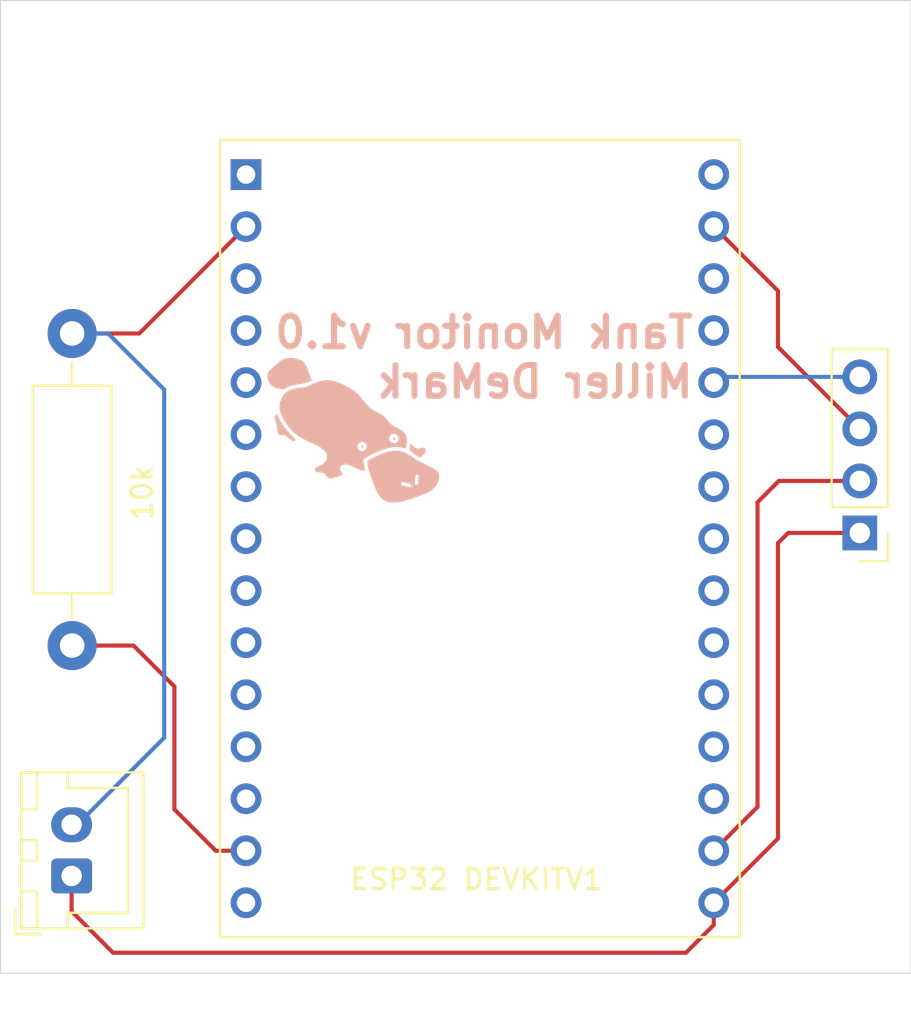
<source format=kicad_pcb>
(kicad_pcb (version 20241229) (generator "pcbnew") (generator_version "9.0")
  (layers (0 "F.Cu" signal) (2 "B.Cu" signal) (13 "F.Paste" user) (15 "B.Paste" user) (5 "F.SilkS" user "F.Silkscreen") (7 "B.SilkS" user "B.Silkscreen") (1 "F.Mask" user) (3 "B.Mask" user) (25 "Edge.Cuts" user))
  (net 0 "")
  (footprint "Connector_JST:JST_XH_B2B-XH-A_1x02_P2.50mm_Vertical" (layer "F.Cu") (at 88.475 84.75 90)
    (property "Reference" "REF**" (hide yes))
    (property "Value" "JST_XH_B2B-XH-A_1x02_P2.50mm_Vertical" (hide yes))
    (fp_line (start -1.6 -2.75) (end -2.85 -2.75) (stroke (width 0.12)) (layer "F.SilkS"))
    (fp_line (start -2.85 -2.75) (end -2.85 -1.5) (stroke (width 0.12)) (layer "F.SilkS"))
    (fp_line (start 5.05 -0.2) (end 4.3 -0.2) (stroke (width 0.12)) (layer "F.SilkS"))
    (fp_line (start 4.3 -0.2) (end 4.3 2.75) (stroke (width 0.12)) (layer "F.SilkS"))
    (fp_line (start -1.8 -0.2) (end -1.8 2.75) (stroke (width 0.12)) (layer "F.SilkS"))
    (fp_line (start -2.55 -0.2) (end -1.8 -0.2) (stroke (width 0.12)) (layer "F.SilkS"))
    (fp_line (start 4.3 2.75) (end 1.25 2.75) (stroke (width 0.12)) (layer "F.SilkS"))
    (fp_line (start -1.8 2.75) (end 1.25 2.75) (stroke (width 0.12)) (layer "F.SilkS"))
    (fp_rect (start -2.56 -2.46) (end 5.06 3.51) (stroke (width 0.12)) (fill no) (layer "F.SilkS"))
    (fp_rect (start 3.25 -2.45) (end 5.05 -1.7) (stroke (width 0.12)) (fill no) (layer "F.SilkS"))
    (fp_rect (start 0.75 -2.45) (end 1.75 -1.7) (stroke (width 0.12)) (fill no) (layer "F.SilkS"))
    (fp_rect (start -2.55 -2.45) (end -0.75 -1.7) (stroke (width 0.12)) (fill no) (layer "F.SilkS"))
    (pad "1" thru_hole roundrect (at 0 0 90) (size 1.7 2) (drill 1) (layers "*.Cu" "*.Mask") (roundrect_rratio 0.147059))
    (pad "2" thru_hole oval (at 2.5 0 90) (size 1.7 2) (drill 1) (layers "*.Cu" "*.Mask"))
  )
  (footprint "Connector_PinHeader_2.54mm:PinHeader_1x04_P2.54mm_Vertical" (layer "F.Cu") (at 127 68 180)
    (property "Reference" "REF**" (hide yes))
    (property "Value" "PinHeader_1x04_P2.54mm_Vertical" (hide yes))
    (fp_line (start 1.38 1.27) (end 1.38 9) (stroke (width 0.12)) (layer "F.SilkS"))
    (fp_line (start -1.38 9) (end 1.38 9) (stroke (width 0.12)) (layer "F.SilkS"))
    (fp_line (start -1.38 1.27) (end 1.38 1.27) (stroke (width 0.12)) (layer "F.SilkS"))
    (fp_line (start -1.38 1.27) (end -1.38 9) (stroke (width 0.12)) (layer "F.SilkS"))
    (fp_line (start -1.38 0) (end -1.38 -1.38) (stroke (width 0.12)) (layer "F.SilkS"))
    (fp_line (start -1.38 -1.38) (end 0 -1.38) (stroke (width 0.12)) (layer "F.SilkS"))
    (pad "1" thru_hole rect (at 0 0 180) (size 1.7 1.7) (drill 1) (layers "*.Cu" "*.Mask"))
    (pad "2" thru_hole circle (at 0 2.54 180) (size 1.7 1.7) (drill 1) (layers "*.Cu" "*.Mask"))
    (pad "3" thru_hole circle (at 0 5.08 180) (size 1.7 1.7) (drill 1) (layers "*.Cu" "*.Mask"))
    (pad "4" thru_hole circle (at 0 7.62 180) (size 1.7 1.7) (drill 1) (layers "*.Cu" "*.Mask"))
  )
  (footprint "Resistor_THT:R_Axial_DIN0411_L9.9mm_D3.6mm_P15.24mm_Horizontal" (layer "F.Cu") (at 88.5 73.5 90)
    (property "Reference" "REF**" (hide yes))
    (property "Value" "R_Axial_DIN0411_L9.9mm_D3.6mm_P15.24mm_Horizontal" (hide yes))
    (fp_line (start 13.8 0) (end 12.69 0) (stroke (width 0.12)) (layer "F.SilkS"))
    (fp_line (start 1.44 0) (end 2.55 0) (stroke (width 0.12)) (layer "F.SilkS"))
    (fp_rect (start 2.55 -1.92) (end 12.69 1.92) (stroke (width 0.12)) (fill no) (layer "F.SilkS"))
    (pad "1" thru_hole circle (at 0 0 90) (size 2.4 2.4) (drill 1.2) (layers "*.Cu" "*.Mask"))
    (pad "2" thru_hole circle (at 15.24 0 90) (size 2.4 2.4) (drill 1.2) (layers "*.Cu" "*.Mask"))
  )
  (footprint "RF_Module:ESP32-C3-DevKitM-1" (layer "F.Cu") (at 97 50.5)
    (property "Reference" "REF**" (hide yes))
    (property "Value" "ESP32-C3-DevKitM-1")
    (fp_line (start -1.27 -1.68) (end 24.13 -1.68) (stroke (width 0.12)) (layer "F.SilkS"))
    (fp_line (start -1.27 37.24) (end -1.27 -1.68) (stroke (width 0.12)) (layer "F.SilkS"))
    (fp_line (start 24.13 -1.68) (end 24.13 37.24) (stroke (width 0.12)) (layer "F.SilkS"))
    (fp_line (start 24.13 37.24) (end -1.27 37.24) (stroke (width 0.12)) (layer "F.SilkS"))
    (pad "1" thru_hole rect (at 0 0) (size 1.5 1.5) (drill 0.9) (layers "*.Cu" "*.Mask"))
    (pad "2" thru_hole circle (at 0 2.54) (size 1.5 1.5) (drill 0.9) (layers "*.Cu" "*.Mask"))
    (pad "3" thru_hole circle (at 0 5.08) (size 1.5 1.5) (drill 0.9) (layers "*.Cu" "*.Mask"))
    (pad "4" thru_hole circle (at 0 7.62) (size 1.5 1.5) (drill 0.9) (layers "*.Cu" "*.Mask"))
    (pad "5" thru_hole circle (at 0 10.16) (size 1.5 1.5) (drill 0.9) (layers "*.Cu" "*.Mask"))
    (pad "6" thru_hole circle (at 0 12.7) (size 1.5 1.5) (drill 0.9) (layers "*.Cu" "*.Mask"))
    (pad "7" thru_hole circle (at 0 15.24) (size 1.5 1.5) (drill 0.9) (layers "*.Cu" "*.Mask"))
    (pad "8" thru_hole circle (at 0 17.78) (size 1.5 1.5) (drill 0.9) (layers "*.Cu" "*.Mask"))
    (pad "9" thru_hole circle (at 0 20.32) (size 1.5 1.5) (drill 0.9) (layers "*.Cu" "*.Mask"))
    (pad "10" thru_hole circle (at 0 22.86) (size 1.5 1.5) (drill 0.9) (layers "*.Cu" "*.Mask"))
    (pad "11" thru_hole circle (at 0 25.4) (size 1.5 1.5) (drill 0.9) (layers "*.Cu" "*.Mask"))
    (pad "12" thru_hole circle (at 0 27.94) (size 1.5 1.5) (drill 0.9) (layers "*.Cu" "*.Mask"))
    (pad "13" thru_hole circle (at 0 30.48) (size 1.5 1.5) (drill 0.9) (layers "*.Cu" "*.Mask"))
    (pad "14" thru_hole circle (at 0 33.02) (size 1.5 1.5) (drill 0.9) (layers "*.Cu" "*.Mask"))
    (pad "15" thru_hole circle (at 0 35.56) (size 1.5 1.5) (drill 0.9) (layers "*.Cu" "*.Mask"))
    (pad "16" thru_hole circle (at 22.86 35.56) (size 1.5 1.5) (drill 0.9) (layers "*.Cu" "*.Mask"))
    (pad "17" thru_hole circle (at 22.86 33.02) (size 1.5 1.5) (drill 0.9) (layers "*.Cu" "*.Mask"))
    (pad "18" thru_hole circle (at 22.86 30.48) (size 1.5 1.5) (drill 0.9) (layers "*.Cu" "*.Mask"))
    (pad "19" thru_hole circle (at 22.86 27.94) (size 1.5 1.5) (drill 0.9) (layers "*.Cu" "*.Mask"))
    (pad "20" thru_hole circle (at 22.86 25.4) (size 1.5 1.5) (drill 0.9) (layers "*.Cu" "*.Mask"))
    (pad "21" thru_hole circle (at 22.86 22.86) (size 1.5 1.5) (drill 0.9) (layers "*.Cu" "*.Mask"))
    (pad "22" thru_hole circle (at 22.86 20.32) (size 1.5 1.5) (drill 0.9) (layers "*.Cu" "*.Mask"))
    (pad "23" thru_hole circle (at 22.86 17.78) (size 1.5 1.5) (drill 0.9) (layers "*.Cu" "*.Mask"))
    (pad "24" thru_hole circle (at 22.86 15.24) (size 1.5 1.5) (drill 0.9) (layers "*.Cu" "*.Mask"))
    (pad "25" thru_hole circle (at 22.86 12.7) (size 1.5 1.5) (drill 0.9) (layers "*.Cu" "*.Mask"))
    (pad "26" thru_hole circle (at 22.86 10.16) (size 1.5 1.5) (drill 0.9) (layers "*.Cu" "*.Mask"))
    (pad "27" thru_hole circle (at 22.86 7.62) (size 1.5 1.5) (drill 0.9) (layers "*.Cu" "*.Mask"))
    (pad "28" thru_hole circle (at 22.86 5.08) (size 1.5 1.5) (drill 0.9) (layers "*.Cu" "*.Mask"))
    (pad "29" thru_hole circle (at 22.86 2.54) (size 1.5 1.5) (drill 0.9) (layers "*.Cu" "*.Mask"))
    (pad "30" thru_hole circle (at 22.86 0) (size 1.5 1.5) (drill 0.9) (layers "*.Cu" "*.Mask"))
  )
  (footprint "Logos:Platypus" (layer "B.Cu") (at 102.5 62.5 180)
    (property "Reference" "G***" (hide yes))
    (property "Value" "LOGO" (hide yes))
    (fp_poly (pts (xy -0.155373 -1.218877) (xy -0.143253 -1.228288) (xy -0.12458 -1.27669) (xy -0.137515 -1.328278) (xy -0.174298 -1.353813) (xy -0.176594 -1.353882) (xy -0.212936 -1.330259) (xy -0.225574 -1.307755) (xy -0.226816 -1.253349) (xy -0.197546 -1.218056)) (fill yes) (layer "B.SilkS"))
    (fp_poly (pts (xy -1.71528 -0.836258) (xy -1.703161 -0.845669) (xy -1.684487 -0.894072) (xy -1.697423 -0.945659) (xy -1.734206 -0.971194) (xy -1.736501 -0.971263) (xy -1.772843 -0.947641) (xy -1.785481 -0.925136) (xy -1.786724 -0.870731) (xy -1.757453 -0.835438)) (fill yes) (layer "B.SilkS"))
    (fp_poly (pts (xy -2.535517 -1.173857) (xy -2.514694 -1.238201) (xy -2.499554 -1.320398) (xy -2.493908 -1.399959) (xy -2.501056 -1.455099) (xy -2.531333 -1.49082) (xy -2.59693 -1.54807) (xy -2.684832 -1.617307) (xy -2.782025 -1.688989) (xy -2.875495 -1.753576) (xy -2.952226 -1.801525) (xy -2.999205 -1.823296) (xy -3.003792 -1.823677) (xy -3.032508 -1.804236) (xy -3.050288 -1.786887) (xy -3.093399 -1.747552) (xy -3.161843 -1.691187) (xy -3.190091 -1.669023) (xy -3.271571 -1.583905) (xy -3.294836 -1.497571) (xy -3.260496 -1.406601) (xy -3.241395 -1.380762) (xy -3.201147 -1.338966) (xy -3.159053 -1.327376) (xy -3.091202 -1.341465) (xy -3.068745 -1.348069) (xy -2.944466 -1.377723) (xy -2.852554 -1.375681) (xy -2.773254 -1.337606) (xy -2.693048 -1.265585) (xy -2.626727 -1.201023) (xy -2.576518 -1.158262) (xy -2.55821 -1.147856)) (fill yes) (layer "B.SilkS"))
    (fp_poly (pts (xy 4.0358 0.299762) (xy 4.072577 0.240203) (xy 4.082166 0.220998) (xy 4.106616 0.164338) (xy 4.114411 0.116903) (xy 4.103677 0.060235) (xy 4.072544 -0.024128) (xy 4.052258 -0.073907) (xy 3.995566 -0.245889) (xy 3.974068 -0.411302) (xy 3.973349 -0.45222) (xy 3.965073 -0.584693) (xy 3.9344 -0.669485) (xy 3.872557 -0.71618) (xy 3.770771 -0.734364) (xy 3.713811 -0.735805) (xy 3.631253 -0.739007) (xy 3.568595 -0.754498) (xy 3.506976 -0.791109) (xy 3.427532 -0.857667) (xy 3.39942 -0.882966) (xy 3.28812 -0.974525) (xy 3.203955 -1.020426) (xy 3.139998 -1.023017) (xy 3.091544 -0.987379) (xy 3.08281 -0.962065) (xy 3.096933 -0.925354) (xy 3.139391 -0.869809) (xy 3.215661 -0.787991) (xy 3.30289 -0.700415) (xy 3.489401 -0.49813) (xy 3.660369 -0.278823) (xy 3.804714 -0.058089) (xy 3.911357 0.148475) (xy 3.919317 0.167259) (xy 3.958243 0.251758) (xy 3.991893 0.30858) (xy 4.008673 0.323755)) (fill yes) (layer "B.SilkS"))
    (fp_poly (pts (xy 3.433132 3.040783) (xy 3.534185 3.028736) (xy 3.622577 3.003083) (xy 3.716421 2.96171) (xy 3.812846 2.903848) (xy 3.931467 2.816181) (xy 4.060301 2.709492) (xy 4.187364 2.594567) (xy 4.300672 2.48219) (xy 4.38824 2.383147) (xy 4.434591 2.315393) (xy 4.468011 2.1893) (xy 4.453365 2.042721) (xy 4.392369 1.886587) (xy 4.358153 1.828204) (xy 4.269227 1.707661) (xy 4.177027 1.630147) (xy 4.061372 1.582305) (xy 3.950592 1.558453) (xy 3.842495 1.540118) (xy 3.746495 1.523888) (xy 3.703668 1.516679) (xy 3.631207 1.520558) (xy 3.59237 1.543215) (xy 3.526842 1.5923) (xy 3.417783 1.642505) (xy 3.280166 1.688413) (xy 3.128961 1.724605) (xy 3.057731 1.73668) (xy 2.85699 1.767771) (xy 2.701375 1.797085) (xy 2.577355 1.827771) (xy 2.471399 1.862976) (xy 2.412963 1.886674) (xy 2.268332 1.948893) (xy 2.322996 2.05608) (xy 2.356661 2.133653) (xy 2.398993 2.247473) (xy 2.442561 2.377167) (xy 2.457065 2.423648) (xy 2.542435 2.642379) (xy 2.652107 2.809457) (xy 2.791357 2.928778) (xy 2.965458 3.004238) (xy 3.179682 3.039732) (xy 3.296408 3.043717)) (fill yes) (layer "B.SilkS"))
    (fp_poly (pts (xy -1.676262 -1.491685) (xy -1.555879 -1.504622) (xy -1.437894 -1.531239) (xy -1.296551 -1.576093) (xy -1.265585 -1.586824) (xy -1.114096 -1.643707) (xy -0.954768 -1.710227) (xy -0.798968 -1.780901) (xy -0.658065 -1.850242) (xy -0.543424 -1.912768) (xy -0.466413 -1.962993) (xy -0.444571 -1.982954) (xy -0.428865 -2.014354) (xy -0.425683 -2.064095) (xy -0.435975 -2.143748) (xy -0.460689 -2.264888) (xy -0.471723 -2.313971) (xy -0.516075 -2.481168) (xy -0.579499 -2.683959) (xy -0.655658 -2.904843) (xy -0.738217 -3.126315) (xy -0.82084 -3.330873) (xy -0.897191 -3.501011) (xy -0.912951 -3.532943) (xy -1.039607 -3.729348) (xy -1.196461 -3.875909) (xy -1.384104 -3.972858) (xy -1.603128 -4.020427) (xy -1.854125 -4.01885) (xy -2.063811 -3.985534) (xy -2.189894 -3.953825) (xy -2.35236 -3.9062) (xy -2.538398 -3.847099) (xy -2.735197 -3.780963) (xy -2.929946 -3.712231) (xy -3.109834 -3.645345) (xy -3.262049 -3.584744) (xy -3.373782 -3.534868) (xy -3.394266 -3.524394) (xy -3.600265 -3.391167) (xy -3.761579 -3.237047) (xy -3.803043 -3.174596) (xy -2.590035 -3.174596) (xy -2.585699 -3.225084) (xy -2.566203 -3.253929) (xy -2.521812 -3.262338) (xy -2.442793 -3.251518) (xy -2.319411 -3.222677) (xy -2.280997 -3.212922) (xy -2.173406 -3.18335) (xy -2.111301 -3.158511) (xy -2.082551 -3.131078) (xy -2.075024 -3.093726) (xy -2.074971 -3.088507) (xy -2.083849 -3.038245) (xy -2.122306 -3.020846) (xy -2.165515 -3.020585) (xy -2.244862 -3.031052) (xy -2.351503 -3.053874) (xy -2.423047 -3.072914) (xy -2.524691 -3.108025) (xy -2.57716 -3.141937) (xy -2.590035 -3.174596) (xy -3.803043 -3.174596) (xy -3.874217 -3.067396) (xy -3.934187 -2.887572) (xy -3.94327 -2.78724) (xy -3.940118 -2.743858) (xy -2.924411 -2.743858) (xy -2.924375 -2.84141) (xy -2.923896 -2.863326) (xy -2.919206 -2.971413) (xy -2.911437 -3.059305) (xy -2.902745 -3.106142) (xy -2.864697 -3.1409) (xy -2.808157 -3.146939) (xy -2.763499 -3.122935) (xy -2.757886 -3.112456) (xy -2.752737 -3.061843) (xy -2.754851 -2.973284) (xy -2.762889 -2.867063) (xy -2.77551 -2.763467) (xy -2.784273 -2.713211) (xy -2.810824 -2.661345) (xy -2.863323 -2.654346) (xy -2.897818 -2.663895) (xy -2.916869 -2.689209) (xy -2.924411 -2.743858) (xy -3.940118 -2.743858) (xy -3.934778 -2.670355) (xy -3.903973 -2.570964) (xy -3.844617 -2.482906) (xy -3.750473 -2.400019) (xy -3.6153 -2.316141) (xy -3.432861 -2.225109) (xy -3.324574 -2.176137) (xy -3.155909 -2.095616) (xy -2.969792 -1.997299) (xy -2.793874 -1.896173) (xy -2.702765 -1.839104) (xy -2.522936 -1.722353) (xy -2.381484 -1.634644) (xy -2.268145 -1.571871) (xy -2.172651 -1.529925) (xy -2.084738 -1.504701) (xy -1.99414 -1.492092) (xy -1.890591 -1.48799) (xy -1.824797 -1.487871)) (fill yes) (layer "B.SilkS"))
    (fp_poly (pts (xy 1.873027 1.918599) (xy 2.109528 1.838152) (xy 2.228845 1.786201) (xy 2.370198 1.721364) (xy 2.474704 1.676143) (xy 2.559072 1.645725) (xy 2.64001 1.6253) (xy 2.734227 1.610054) (xy 2.858433 1.595174) (xy 2.913527 1.589001) (xy 3.166432 1.545914) (xy 3.371859 1.476327) (xy 3.536806 1.376041) (xy 3.668271 1.240861) (xy 3.768554 1.076237) (xy 3.840761 0.880627) (xy 3.865331 0.679799) (xy 3.84129 0.469579) (xy 3.76766 0.24579) (xy 3.643467 0.004255) (xy 3.467733 -0.259202) (xy 3.451261 -0.281563) (xy 3.288443 -0.480984) (xy 3.115037 -0.649527) (xy 2.919006 -0.79621) (xy 2.688311 -0.930051) (xy 2.413441 -1.05898) (xy 2.154488 -1.176637) (xy 1.948127 -1.28481) (xy 1.789534 -1.386995) (xy 1.673887 -1.486687) (xy 1.596361 -1.587384) (xy 1.555452 -1.6809) (xy 1.543801 -1.815765) (xy 1.584196 -1.94827) (xy 1.670274 -2.068757) (xy 1.795671 -2.167567) (xy 1.911742 -2.221655) (xy 2.04443 -2.281789) (xy 2.12435 -2.348972) (xy 2.148551 -2.414399) (xy 2.121882 -2.483277) (xy 2.045898 -2.528669) (xy 1.926631 -2.547128) (xy 1.915928 -2.547333) (xy 1.796107 -2.555676) (xy 1.704829 -2.575724) (xy 1.654349 -2.604182) (xy 1.648204 -2.619354) (xy 1.626549 -2.664122) (xy 1.573028 -2.725657) (xy 1.504803 -2.788155) (xy 1.439037 -2.835811) (xy 1.394555 -2.852942) (xy 1.342839 -2.843779) (xy 1.250985 -2.820916) (xy 1.134959 -2.788464) (xy 1.076394 -2.771) (xy 0.960429 -2.732445) (xy 0.867833 -2.695505) (xy 0.811853 -2.665771) (xy 0.801623 -2.655042) (xy 0.806629 -2.609279) (xy 0.832833 -2.53324) (xy 0.853248 -2.487612) (xy 0.895366 -2.370842) (xy 0.890383 -2.28438) (xy 0.836443 -2.220881) (xy 0.778063 -2.190013) (xy 0.685948 -2.159958) (xy 0.597005 -2.153418) (xy 0.498022 -2.172859) (xy 0.375789 -2.220749) (xy 0.231362 -2.292096) (xy 0.092605 -2.358885) (xy -0.040872 -2.413501) (xy -0.150591 -2.448703) (xy -0.187737 -2.456345) (xy -0.272638 -2.467046) (xy -0.312646 -2.463584) (xy -0.321013 -2.44095) (xy -0.314516 -2.408454) (xy -0.300723 -2.344851) (xy -0.281035 -2.245367) (xy -0.260755 -2.137182) (xy -0.223805 -1.934504) (xy -0.31057 -1.86464) (xy -0.418384 -1.790998) (xy -0.56847 -1.70665) (xy -0.746876 -1.618317) (xy -0.939649 -1.532721) (xy -1.132837 -1.456584) (xy -1.224204 -1.424504) (xy -1.520823 -1.341523) (xy -1.580908 -1.332606) (xy -0.40226 -1.332606) (xy -0.364754 -1.408311) (xy -0.279623 -1.489412) (xy -0.182352 -1.515145) (xy -0.081792 -1.485135) (xy -0.007358 -1.423442) (xy 0.049343 -1.326967) (xy 0.047319 -1.227512) (xy -0.010058 -1.129876) (xy -0.100768 -1.062619) (xy -0.201828 -1.049062) (xy -0.299483 -1.089208) (xy -0.343129 -1.129876) (xy -0.402017 -1.231519) (xy -0.40226 -1.332606) (xy -1.580908 -1.332606) (xy -1.782017 -1.30276) (xy -2.006619 -1.308328) (xy -2.131502 -1.335484) (xy -2.217846 -1.358745) (xy -2.28027 -1.368916) (xy -2.298096 -1.367125) (xy -2.313489 -1.333393) (xy -2.333265 -1.257547) (xy -2.353248 -1.155711) (xy -2.354008 -1.151233) (xy -2.368916 -0.95235) (xy -2.365008 -0.930097) (xy -1.96581 -0.930097) (xy -1.918022 -1.031624) (xy -1.910958 -1.040874) (xy -1.82846 -1.102809) (xy -1.725893 -1.120211) (xy -1.622551 -1.092317) (xy -1.569163 -1.054429) (xy -1.50976 -0.963475) (xy -1.499519 -0.861408) (xy -1.535993 -0.765435) (xy -1.616737 -0.692759) (xy -1.620877 -0.690568) (xy -1.715402 -0.653664) (xy -1.790221 -0.660684) (xy -1.866929 -0.715129) (xy -1.885926 -0.733541) (xy -1.95518 -0.831577) (xy -1.96581 -0.930097) (xy -2.365008 -0.930097) (xy -2.339031 -0.782193) (xy -2.26121 -0.635616) (xy -2.132312 -0.507473) (xy -1.949196 -0.392618) (xy -1.866137 -0.352028) (xy -1.714968 -0.274573) (xy -1.60599 -0.198439) (xy -1.527667 -0.117839) (xy -1.412705 0.022288) (xy -1.320304 0.12583) (xy -1.238019 0.203524) (xy -1.153405 0.266112) (xy -1.054018 0.324331) (xy -0.958124 0.373675) (xy -0.793162 0.458862) (xy -0.666972 0.533594) (xy -0.564125 0.610368) (xy -0.469188 0.701684) (xy -0.366731 0.820039) (xy -0.292291 0.912951) (xy -0.109523 1.132504) (xy 0.062191 1.309844) (xy 0.236368 1.45625) (xy 0.426529 1.583) (xy 0.64619 1.701371) (xy 0.662225 1.709246) (xy 0.943304 1.834388) (xy 1.19438 1.917377) (xy 1.425997 1.958729) (xy 1.648697 1.958964)) (fill yes) (layer "B.SilkS"))
  )
  (gr_rect (start 85 42) (end 129.5 89.5) (stroke (width 0.05)) (fill no) (layer "Edge.Cuts"))
  (gr_text "ESP32 DEVKITV1" (at 102 85.5 0) (layer "F.SilkS") (effects (font (size 1 1)) (justify left bottom)))
  (gr_text "10k" (at 92.5 67.5 90) (layer "F.SilkS") (effects (font (size 1 1)) (justify left bottom)))
  (gr_text "Tank Monitor v1.0\nMiller DeMark" (at 119 61.5 -0) (layer "B.SilkS") (effects (font (size 1.5 1.5) (thickness 0.3) (bold yes)) (justify left bottom mirror)))
  (segment (start 88.5 73.5) (end 91.5 73.5) (width 0.2) (layer "F.Cu") (net 0))
  (segment (start 95.52 83.52) (end 97 83.52) (width 0.2) (layer "F.Cu") (net 0))
  (segment (start 88.475 86.475) (end 90.5 88.5) (width 0.2) (layer "F.Cu") (net 0))
  (segment (start 93.5 75.5) (end 93.5 81.5) (width 0.2) (layer "F.Cu") (net 0))
  (segment (start 123 82.92) (end 119.86 86.06) (width 0.2) (layer "F.Cu") (net 0))
  (segment (start 88.5 58.26) (end 91.78 58.26) (width 0.2) (layer "F.Cu") (net 0))
  (segment (start 118.5 88.5) (end 119.86 87.14) (width 0.2) (layer "F.Cu") (net 0))
  (segment (start 123 58.92) (end 123 56.18) (width 0.2) (layer "F.Cu") (net 0))
  (segment (start 127 62.92) (end 123 58.92) (width 0.2) (layer "F.Cu") (net 0))
  (segment (start 123 68.5) (end 123 82.92) (width 0.2) (layer "F.Cu") (net 0))
  (segment (start 119.86 87.14) (end 119.86 86.06) (width 0.2) (layer "F.Cu") (net 0))
  (segment (start 91.78 58.26) (end 97 53.04) (width 0.2) (layer "F.Cu") (net 0))
  (segment (start 123.04 65.46) (end 122 66.5) (width 0.2) (layer "F.Cu") (net 0))
  (segment (start 93.5 81.5) (end 95.52 83.52) (width 0.2) (layer "F.Cu") (net 0))
  (segment (start 122 81.38) (end 119.86 83.52) (width 0.2) (layer "F.Cu") (net 0))
  (segment (start 90.5 88.5) (end 118.5 88.5) (width 0.2) (layer "F.Cu") (net 0))
  (segment (start 122 66.5) (end 122 81.38) (width 0.2) (layer "F.Cu") (net 0))
  (segment (start 127 65.46) (end 123.04 65.46) (width 0.2) (layer "F.Cu") (net 0))
  (segment (start 123 56.18) (end 119.86 53.04) (width 0.2) (layer "F.Cu") (net 0))
  (segment (start 123.5 68) (end 123 68.5) (width 0.2) (layer "F.Cu") (net 0))
  (segment (start 88.475 84.75) (end 88.475 86.475) (width 0.2) (layer "F.Cu") (net 0))
  (segment (start 120.14 60.38) (end 119.86 60.66) (width 0.2) (layer "F.Cu") (net 0))
  (segment (start 91.5 73.5) (end 93.5 75.5) (width 0.2) (layer "F.Cu") (net 0))
  (segment (start 127 68) (end 123.5 68) (width 0.2) (layer "F.Cu") (net 0))
  (segment (start 90.26 58.26) (end 88.5 58.26) (width 0.2) (layer "B.Cu") (net 0))
  (segment (start 127 60.38) (end 120.14 60.38) (width 0.2) (layer "B.Cu") (net 0))
  (segment (start 88.75 82.25) (end 93 78) (width 0.2) (layer "B.Cu") (net 0))
  (segment (start 88.475 82.25) (end 88.75 82.25) (width 0.2) (layer "B.Cu") (net 0))
  (segment (start 93 78) (end 93 61) (width 0.2) (layer "B.Cu") (net 0))
  (segment (start 120.14 60.38) (end 119.86 60.66) (width 0.2) (layer "B.Cu") (net 0))
  (segment (start 93 61) (end 90.26 58.26) (width 0.2) (layer "B.Cu") (net 0))
)
</source>
